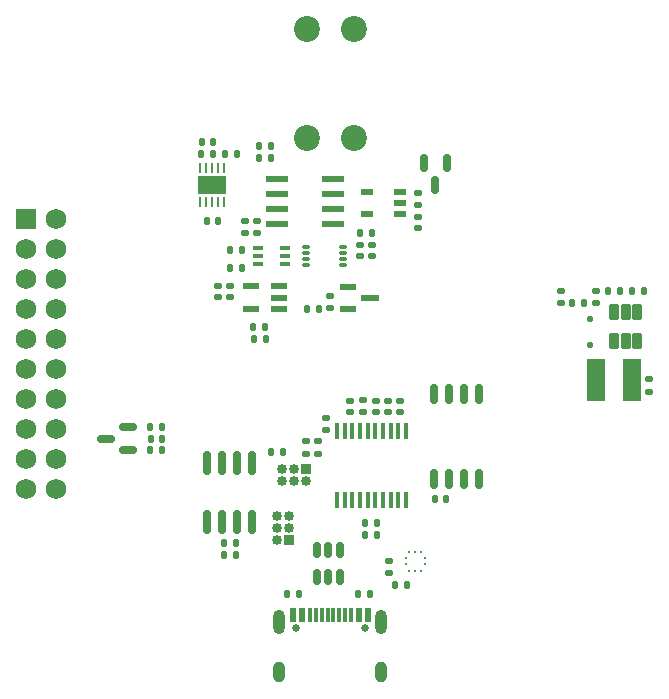
<source format=gbr>
%TF.GenerationSoftware,KiCad,Pcbnew,9.0.6*%
%TF.CreationDate,2026-01-16T14:34:07+00:00*%
%TF.ProjectId,mu,6d752e6b-6963-4616-945f-706362585858,rev?*%
%TF.SameCoordinates,Original*%
%TF.FileFunction,Soldermask,Bot*%
%TF.FilePolarity,Negative*%
%FSLAX46Y46*%
G04 Gerber Fmt 4.6, Leading zero omitted, Abs format (unit mm)*
G04 Created by KiCad (PCBNEW 9.0.6) date 2026-01-16 14:34:07*
%MOMM*%
%LPD*%
G01*
G04 APERTURE LIST*
G04 Aperture macros list*
%AMRoundRect*
0 Rectangle with rounded corners*
0 $1 Rounding radius*
0 $2 $3 $4 $5 $6 $7 $8 $9 X,Y pos of 4 corners*
0 Add a 4 corners polygon primitive as box body*
4,1,4,$2,$3,$4,$5,$6,$7,$8,$9,$2,$3,0*
0 Add four circle primitives for the rounded corners*
1,1,$1+$1,$2,$3*
1,1,$1+$1,$4,$5*
1,1,$1+$1,$6,$7*
1,1,$1+$1,$8,$9*
0 Add four rect primitives between the rounded corners*
20,1,$1+$1,$2,$3,$4,$5,0*
20,1,$1+$1,$4,$5,$6,$7,0*
20,1,$1+$1,$6,$7,$8,$9,0*
20,1,$1+$1,$8,$9,$2,$3,0*%
G04 Aperture macros list end*
%ADD10O,1.000000X2.100000*%
%ADD11O,1.000000X1.800000*%
%ADD12R,0.600000X1.240000*%
%ADD13R,0.300000X1.240000*%
%ADD14C,0.650000*%
%ADD15R,2.380000X1.650000*%
%ADD16RoundRect,0.062500X0.062500X-0.362500X0.062500X0.362500X-0.062500X0.362500X-0.062500X-0.362500X0*%
%ADD17R,0.850000X0.850000*%
%ADD18C,0.850000*%
%ADD19C,2.200000*%
%ADD20RoundRect,0.135000X0.135000X0.185000X-0.135000X0.185000X-0.135000X-0.185000X0.135000X-0.185000X0*%
%ADD21RoundRect,0.201000X-0.201000X0.511000X-0.201000X-0.511000X0.201000X-0.511000X0.201000X0.511000X0*%
%ADD22RoundRect,0.135000X-0.135000X-0.185000X0.135000X-0.185000X0.135000X0.185000X-0.135000X0.185000X0*%
%ADD23R,1.981200X0.558800*%
%ADD24RoundRect,0.140000X-0.140000X-0.170000X0.140000X-0.170000X0.140000X0.170000X-0.140000X0.170000X0*%
%ADD25RoundRect,0.140000X0.170000X-0.140000X0.170000X0.140000X-0.170000X0.140000X-0.170000X-0.140000X0*%
%ADD26RoundRect,0.147500X-0.172500X0.147500X-0.172500X-0.147500X0.172500X-0.147500X0.172500X0.147500X0*%
%ADD27RoundRect,0.140000X-0.170000X0.140000X-0.170000X-0.140000X0.170000X-0.140000X0.170000X0.140000X0*%
%ADD28RoundRect,0.140000X0.140000X0.170000X-0.140000X0.170000X-0.140000X-0.170000X0.140000X-0.170000X0*%
%ADD29RoundRect,0.135000X0.185000X-0.135000X0.185000X0.135000X-0.185000X0.135000X-0.185000X-0.135000X0*%
%ADD30RoundRect,0.150000X-0.150000X0.587500X-0.150000X-0.587500X0.150000X-0.587500X0.150000X0.587500X0*%
%ADD31R,1.000000X0.599999*%
%ADD32RoundRect,0.125000X-0.125000X0.125000X-0.125000X-0.125000X0.125000X-0.125000X0.125000X0.125000X0*%
%ADD33R,1.320800X0.558800*%
%ADD34R,1.587500X0.558800*%
%ADD35R,0.279400X0.254000*%
%ADD36R,0.254000X0.279400*%
%ADD37RoundRect,0.150000X0.587500X0.150000X-0.587500X0.150000X-0.587500X-0.150000X0.587500X-0.150000X0*%
%ADD38R,0.355600X1.473200*%
%ADD39R,0.850900X0.355600*%
%ADD40R,1.473200X0.558800*%
%ADD41RoundRect,0.102000X0.762000X-0.762000X0.762000X0.762000X-0.762000X0.762000X-0.762000X-0.762000X0*%
%ADD42C,1.728000*%
%ADD43RoundRect,0.150000X0.150000X-0.825000X0.150000X0.825000X-0.150000X0.825000X-0.150000X-0.825000X0*%
%ADD44RoundRect,0.162500X0.162500X-0.650000X0.162500X0.650000X-0.162500X0.650000X-0.162500X-0.650000X0*%
%ADD45RoundRect,0.135000X-0.185000X0.135000X-0.185000X-0.135000X0.185000X-0.135000X0.185000X0.135000X0*%
%ADD46R,1.498600X3.606800*%
%ADD47RoundRect,0.150000X-0.150000X0.512500X-0.150000X-0.512500X0.150000X-0.512500X0.150000X0.512500X0*%
%ADD48O,0.800001X0.299999*%
G04 APERTURE END LIST*
D10*
%TO.C,J1*%
X152191326Y-100983399D03*
D11*
X152191326Y-105183399D03*
D10*
X160831326Y-100983399D03*
D11*
X160831326Y-105183399D03*
D12*
X159711326Y-100383399D03*
X158911326Y-100383399D03*
D13*
X158261326Y-100383399D03*
X157261326Y-100383399D03*
X155761326Y-100383399D03*
X154761326Y-100383399D03*
D12*
X154111326Y-100383399D03*
X153311326Y-100383399D03*
X153311326Y-100383399D03*
X154111326Y-100383399D03*
D13*
X155261326Y-100383399D03*
X156261326Y-100383399D03*
X156761326Y-100383399D03*
X157761326Y-100383399D03*
D12*
X158911326Y-100383399D03*
X159711326Y-100383399D03*
D14*
X153621326Y-101503399D03*
X159401326Y-101503399D03*
%TD*%
D15*
%TO.C,U8*%
X146500000Y-64000000D03*
D16*
X147500000Y-62550000D03*
X147000000Y-62550000D03*
X146500000Y-62550000D03*
X146000000Y-62550000D03*
X145500000Y-62550000D03*
X145500000Y-65450000D03*
X146000000Y-65450000D03*
X146500000Y-65450000D03*
X147000000Y-65450000D03*
X147500000Y-65450000D03*
%TD*%
D17*
%TO.C,J2*%
X153000000Y-94000000D03*
D18*
X152000000Y-94000000D03*
X153000000Y-93000000D03*
X152000000Y-93000000D03*
X153000000Y-92000000D03*
X152000000Y-92000000D03*
%TD*%
D17*
%TO.C,J3*%
X154437712Y-88000000D03*
D18*
X154437712Y-89000000D03*
X153437712Y-88000000D03*
X153437712Y-89000000D03*
X152437712Y-88000000D03*
X152437712Y-89000000D03*
%TD*%
D19*
%TO.C,J4*%
X158500001Y-50799998D03*
X158500001Y-60000000D03*
X154500000Y-50799998D03*
X154500000Y-60000000D03*
%TD*%
D20*
%TO.C,R2*%
X183020000Y-72952000D03*
X182000000Y-72952000D03*
%TD*%
D21*
%TO.C,U2*%
X180550000Y-74707000D03*
X181500000Y-74707000D03*
X182450000Y-74707000D03*
X182450000Y-77197000D03*
X181500000Y-77197000D03*
X180550000Y-77197000D03*
%TD*%
D22*
%TO.C,R9*%
X147990000Y-69500000D03*
X149010000Y-69500000D03*
%TD*%
D23*
%TO.C,U13*%
X156724400Y-63460000D03*
X156724400Y-64730000D03*
X156724400Y-66000000D03*
X156724400Y-67270000D03*
X152000000Y-67270000D03*
X152000000Y-66000000D03*
X152000000Y-64730000D03*
X152000000Y-63460000D03*
%TD*%
D24*
%TO.C,C20*%
X145615000Y-60336000D03*
X146575000Y-60336000D03*
%TD*%
D25*
%TO.C,C16*%
X163950001Y-67605001D03*
X163950001Y-66645001D03*
%TD*%
D22*
%TO.C,R17*%
X141260000Y-84450000D03*
X142280000Y-84450000D03*
%TD*%
D26*
%TO.C,FB1*%
X160363723Y-82263115D03*
X160363723Y-83233115D03*
%TD*%
D27*
%TO.C,C27*%
X160000000Y-69020000D03*
X160000000Y-69980000D03*
%TD*%
D28*
%TO.C,C17*%
X166334927Y-90541073D03*
X165374927Y-90541073D03*
%TD*%
D27*
%TO.C,C6*%
X148000000Y-72520000D03*
X148000000Y-73480000D03*
%TD*%
D25*
%TO.C,C8*%
X161399970Y-83225681D03*
X161399970Y-82265681D03*
%TD*%
D22*
%TO.C,RF1*%
X149990000Y-76000000D03*
X151010000Y-76000000D03*
%TD*%
D29*
%TO.C,R5*%
X159257121Y-83235736D03*
X159257121Y-82215736D03*
%TD*%
D27*
%TO.C,C5*%
X147000000Y-72520000D03*
X147000000Y-73480000D03*
%TD*%
D30*
%TO.C,D2*%
X164450001Y-62125001D03*
X166350001Y-62125001D03*
X165400001Y-64000001D03*
%TD*%
D31*
%TO.C,U4*%
X162375001Y-64549999D03*
X162375001Y-65500000D03*
X162375001Y-66449998D03*
X159625001Y-66449998D03*
X159625001Y-64549999D03*
%TD*%
D28*
%TO.C,C23*%
X148475691Y-94264761D03*
X147515691Y-94264761D03*
%TD*%
D25*
%TO.C,C9*%
X162406319Y-83220956D03*
X162406319Y-82260956D03*
%TD*%
D22*
%TO.C,R4*%
X176980000Y-73952000D03*
X178000000Y-73952000D03*
%TD*%
D32*
%TO.C,D1*%
X178500000Y-75352000D03*
X178500000Y-77552000D03*
%TD*%
D28*
%TO.C,C21*%
X146980000Y-67000000D03*
X146020000Y-67000000D03*
%TD*%
D33*
%TO.C,U12*%
X158000000Y-74500000D03*
X158000000Y-72599998D03*
D34*
X159898650Y-73549999D03*
%TD*%
D35*
%TO.C,U14*%
X162900199Y-96079000D03*
X162900199Y-95579000D03*
D36*
X163187600Y-95041600D03*
X163687599Y-95041600D03*
X164187598Y-95041600D03*
D35*
X164474999Y-95579000D03*
X164474999Y-96079000D03*
D36*
X164187598Y-96616400D03*
X163687599Y-96616400D03*
X163187600Y-96616400D03*
%TD*%
D20*
%TO.C,C29*%
X151465075Y-60700069D03*
X150445075Y-60700069D03*
%TD*%
D22*
%TO.C,R10*%
X151490000Y-86622918D03*
X152510000Y-86622918D03*
%TD*%
D37*
%TO.C,D3*%
X139375000Y-84500000D03*
X139375000Y-86400000D03*
X137500000Y-85450000D03*
%TD*%
D22*
%TO.C,R8*%
X152821326Y-98608399D03*
X153841326Y-98608399D03*
%TD*%
D38*
%TO.C,U1*%
X157049999Y-84824917D03*
X157700000Y-84824917D03*
X158349998Y-84824917D03*
X159000000Y-84824917D03*
X159649998Y-84824917D03*
X160299997Y-84824917D03*
X160949998Y-84824917D03*
X161599997Y-84824917D03*
X162249998Y-84824917D03*
X162899997Y-84824917D03*
X162899999Y-90666917D03*
X162250001Y-90666917D03*
X161600000Y-90666917D03*
X160950001Y-90666917D03*
X160300000Y-90666917D03*
X159650001Y-90666917D03*
X159000000Y-90666917D03*
X158350001Y-90666917D03*
X157700000Y-90666917D03*
X157050001Y-90666917D03*
%TD*%
D20*
%TO.C,R3*%
X155510000Y-74500000D03*
X154490000Y-74500000D03*
%TD*%
D28*
%TO.C,C31*%
X142240000Y-85450000D03*
X141280000Y-85450000D03*
%TD*%
D39*
%TO.C,U10*%
X152623950Y-69350001D03*
X152623950Y-70000000D03*
X152623950Y-70649999D03*
X150376050Y-70649999D03*
X150376050Y-70000000D03*
X150376050Y-69350001D03*
%TD*%
D27*
%TO.C,C26*%
X159000000Y-69020000D03*
X159000000Y-69980000D03*
%TD*%
D29*
%TO.C,C10*%
X176000000Y-73952000D03*
X176000000Y-72932000D03*
%TD*%
%TO.C,R6*%
X156149998Y-84719917D03*
X156149998Y-83699917D03*
%TD*%
D40*
%TO.C,U6*%
X152193800Y-72549999D03*
X152193800Y-73500000D03*
X152193800Y-74450001D03*
X149806200Y-74450001D03*
X149806200Y-72549999D03*
%TD*%
D22*
%TO.C,C30*%
X161964999Y-97829001D03*
X162984999Y-97829001D03*
%TD*%
D41*
%TO.C,J5*%
X130744815Y-66879292D03*
D42*
X133284815Y-66879292D03*
X130744815Y-69419292D03*
X133284815Y-69419292D03*
X130744815Y-71959292D03*
X133284815Y-71959292D03*
X130744815Y-74499292D03*
X133284815Y-74499292D03*
X130744815Y-77039292D03*
X133284815Y-77039292D03*
X130744815Y-79579292D03*
X133284815Y-79579292D03*
X130744815Y-82119292D03*
X133284815Y-82119292D03*
X130744815Y-84659292D03*
X133284815Y-84659292D03*
X130744815Y-87199292D03*
X133284815Y-87199292D03*
X130744815Y-89739292D03*
X133284815Y-89739292D03*
%TD*%
D22*
%TO.C,R11*%
X145575000Y-61336000D03*
X146595000Y-61336000D03*
%TD*%
D28*
%TO.C,C28*%
X151445075Y-61700069D03*
X150485075Y-61700069D03*
%TD*%
D43*
%TO.C,U9*%
X149905000Y-92475000D03*
X148635000Y-92475000D03*
X147365000Y-92475000D03*
X146095000Y-92475000D03*
X146095000Y-87525000D03*
X147365000Y-87525000D03*
X148635000Y-87525000D03*
X149905000Y-87525000D03*
%TD*%
D20*
%TO.C,C24*%
X148505691Y-95264761D03*
X147485691Y-95264761D03*
%TD*%
D44*
%TO.C,U5*%
X169053800Y-88834700D03*
X167783800Y-88834700D03*
X166513800Y-88834700D03*
X165243800Y-88834700D03*
X165243800Y-81659700D03*
X166513800Y-81659700D03*
X167783800Y-81659700D03*
X169053800Y-81659700D03*
%TD*%
D45*
%TO.C,R13*%
X155474999Y-85691918D03*
X155474999Y-86711918D03*
%TD*%
D22*
%TO.C,R7*%
X158821326Y-98608399D03*
X159841326Y-98608399D03*
%TD*%
D20*
%TO.C,R14*%
X142270000Y-86450000D03*
X141250000Y-86450000D03*
%TD*%
D45*
%TO.C,C7*%
X183500000Y-80442000D03*
X183500000Y-81462000D03*
%TD*%
D29*
%TO.C,C19*%
X150254569Y-68054549D03*
X150254569Y-67034549D03*
%TD*%
D25*
%TO.C,C22*%
X149268112Y-68005456D03*
X149268112Y-67045456D03*
%TD*%
D45*
%TO.C,R16*%
X156500000Y-73393599D03*
X156500000Y-74413599D03*
%TD*%
D25*
%TO.C,C13*%
X158182404Y-83225544D03*
X158182404Y-82265544D03*
%TD*%
D24*
%TO.C,C11*%
X159474999Y-93579000D03*
X160434999Y-93579000D03*
%TD*%
D46*
%TO.C,L1*%
X182024000Y-80452000D03*
X178976000Y-80452000D03*
%TD*%
D47*
%TO.C,U7*%
X155381326Y-94908399D03*
X156331326Y-94908399D03*
X157281326Y-94908399D03*
X157281326Y-97183399D03*
X156331326Y-97183399D03*
X155381326Y-97183399D03*
%TD*%
D20*
%TO.C,C18*%
X149010000Y-71000000D03*
X147990000Y-71000000D03*
%TD*%
D29*
%TO.C,C4*%
X179000000Y-73952000D03*
X179000000Y-72932000D03*
%TD*%
D24*
%TO.C,C12*%
X159454999Y-92579000D03*
X160414999Y-92579000D03*
%TD*%
D48*
%TO.C,U11*%
X154400001Y-70750001D03*
X154400001Y-70250002D03*
X154400001Y-69750000D03*
X154400001Y-69250002D03*
X157600002Y-69250002D03*
X157600002Y-69750000D03*
X157600002Y-70250002D03*
X157600002Y-70750001D03*
%TD*%
D24*
%TO.C,C25*%
X147615000Y-61336000D03*
X148575000Y-61336000D03*
%TD*%
D20*
%TO.C,R15*%
X160010000Y-68000000D03*
X158990000Y-68000000D03*
%TD*%
%TO.C,R1*%
X181010000Y-72952000D03*
X179990000Y-72952000D03*
%TD*%
D45*
%TO.C,C14*%
X163950001Y-64615001D03*
X163950001Y-65635001D03*
%TD*%
D22*
%TO.C,Rg1*%
X150000000Y-77000000D03*
X151020000Y-77000000D03*
%TD*%
D29*
%TO.C,C15*%
X161474999Y-96839001D03*
X161474999Y-95819001D03*
%TD*%
%TO.C,R12*%
X154474999Y-86711918D03*
X154474999Y-85691918D03*
%TD*%
M02*

</source>
